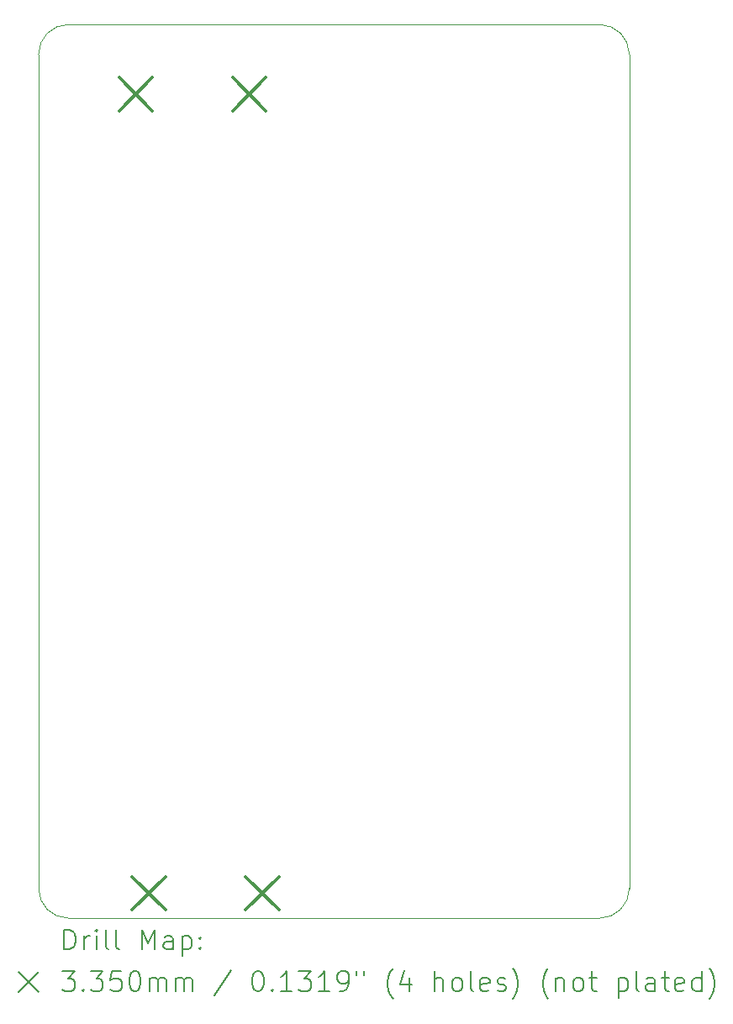
<source format=gbr>
%TF.GenerationSoftware,KiCad,Pcbnew,8.0.1-8.0.1-1~ubuntu22.04.1*%
%TF.CreationDate,2024-04-01T00:34:47-04:00*%
%TF.ProjectId,gripper_2024,67726970-7065-4725-9f32-3032342e6b69,rev?*%
%TF.SameCoordinates,Original*%
%TF.FileFunction,Drillmap*%
%TF.FilePolarity,Positive*%
%FSLAX45Y45*%
G04 Gerber Fmt 4.5, Leading zero omitted, Abs format (unit mm)*
G04 Created by KiCad (PCBNEW 8.0.1-8.0.1-1~ubuntu22.04.1) date 2024-04-01 00:34:47*
%MOMM*%
%LPD*%
G01*
G04 APERTURE LIST*
%ADD10C,0.050000*%
%ADD11C,0.200000*%
%ADD12C,0.335000*%
G04 APERTURE END LIST*
D10*
X2000000Y-10600000D02*
G75*
G02*
X1700000Y-10300000I0J300000D01*
G01*
X1700000Y-1900000D02*
X1700000Y-10300000D01*
X2000000Y-10600000D02*
X7350000Y-10600000D01*
X1700000Y-1900000D02*
G75*
G02*
X2000000Y-1600000I300000J0D01*
G01*
X7350000Y-1600000D02*
G75*
G02*
X7650000Y-1900000I0J-300000D01*
G01*
X7650000Y-10300000D02*
X7650000Y-1900000D01*
X7350000Y-1600000D02*
X2000000Y-1600000D01*
X7650000Y-10300000D02*
G75*
G02*
X7350000Y-10600000I-300000J0D01*
G01*
D11*
D12*
X2510900Y-2132500D02*
X2845900Y-2467500D01*
X2845900Y-2132500D02*
X2510900Y-2467500D01*
X2644650Y-10182500D02*
X2979650Y-10517500D01*
X2979650Y-10182500D02*
X2644650Y-10517500D01*
X3654100Y-2132500D02*
X3989100Y-2467500D01*
X3989100Y-2132500D02*
X3654100Y-2467500D01*
X3787850Y-10182500D02*
X4122850Y-10517500D01*
X4122850Y-10182500D02*
X3787850Y-10517500D01*
D11*
X1958277Y-10913984D02*
X1958277Y-10713984D01*
X1958277Y-10713984D02*
X2005896Y-10713984D01*
X2005896Y-10713984D02*
X2034467Y-10723508D01*
X2034467Y-10723508D02*
X2053515Y-10742555D01*
X2053515Y-10742555D02*
X2063039Y-10761603D01*
X2063039Y-10761603D02*
X2072562Y-10799698D01*
X2072562Y-10799698D02*
X2072562Y-10828270D01*
X2072562Y-10828270D02*
X2063039Y-10866365D01*
X2063039Y-10866365D02*
X2053515Y-10885412D01*
X2053515Y-10885412D02*
X2034467Y-10904460D01*
X2034467Y-10904460D02*
X2005896Y-10913984D01*
X2005896Y-10913984D02*
X1958277Y-10913984D01*
X2158277Y-10913984D02*
X2158277Y-10780650D01*
X2158277Y-10818746D02*
X2167801Y-10799698D01*
X2167801Y-10799698D02*
X2177324Y-10790174D01*
X2177324Y-10790174D02*
X2196372Y-10780650D01*
X2196372Y-10780650D02*
X2215420Y-10780650D01*
X2282086Y-10913984D02*
X2282086Y-10780650D01*
X2282086Y-10713984D02*
X2272563Y-10723508D01*
X2272563Y-10723508D02*
X2282086Y-10733031D01*
X2282086Y-10733031D02*
X2291610Y-10723508D01*
X2291610Y-10723508D02*
X2282086Y-10713984D01*
X2282086Y-10713984D02*
X2282086Y-10733031D01*
X2405896Y-10913984D02*
X2386848Y-10904460D01*
X2386848Y-10904460D02*
X2377324Y-10885412D01*
X2377324Y-10885412D02*
X2377324Y-10713984D01*
X2510658Y-10913984D02*
X2491610Y-10904460D01*
X2491610Y-10904460D02*
X2482086Y-10885412D01*
X2482086Y-10885412D02*
X2482086Y-10713984D01*
X2739229Y-10913984D02*
X2739229Y-10713984D01*
X2739229Y-10713984D02*
X2805896Y-10856841D01*
X2805896Y-10856841D02*
X2872562Y-10713984D01*
X2872562Y-10713984D02*
X2872562Y-10913984D01*
X3053515Y-10913984D02*
X3053515Y-10809222D01*
X3053515Y-10809222D02*
X3043991Y-10790174D01*
X3043991Y-10790174D02*
X3024943Y-10780650D01*
X3024943Y-10780650D02*
X2986848Y-10780650D01*
X2986848Y-10780650D02*
X2967801Y-10790174D01*
X3053515Y-10904460D02*
X3034467Y-10913984D01*
X3034467Y-10913984D02*
X2986848Y-10913984D01*
X2986848Y-10913984D02*
X2967801Y-10904460D01*
X2967801Y-10904460D02*
X2958277Y-10885412D01*
X2958277Y-10885412D02*
X2958277Y-10866365D01*
X2958277Y-10866365D02*
X2967801Y-10847317D01*
X2967801Y-10847317D02*
X2986848Y-10837793D01*
X2986848Y-10837793D02*
X3034467Y-10837793D01*
X3034467Y-10837793D02*
X3053515Y-10828270D01*
X3148753Y-10780650D02*
X3148753Y-10980650D01*
X3148753Y-10790174D02*
X3167801Y-10780650D01*
X3167801Y-10780650D02*
X3205896Y-10780650D01*
X3205896Y-10780650D02*
X3224943Y-10790174D01*
X3224943Y-10790174D02*
X3234467Y-10799698D01*
X3234467Y-10799698D02*
X3243991Y-10818746D01*
X3243991Y-10818746D02*
X3243991Y-10875889D01*
X3243991Y-10875889D02*
X3234467Y-10894936D01*
X3234467Y-10894936D02*
X3224943Y-10904460D01*
X3224943Y-10904460D02*
X3205896Y-10913984D01*
X3205896Y-10913984D02*
X3167801Y-10913984D01*
X3167801Y-10913984D02*
X3148753Y-10904460D01*
X3329705Y-10894936D02*
X3339229Y-10904460D01*
X3339229Y-10904460D02*
X3329705Y-10913984D01*
X3329705Y-10913984D02*
X3320182Y-10904460D01*
X3320182Y-10904460D02*
X3329705Y-10894936D01*
X3329705Y-10894936D02*
X3329705Y-10913984D01*
X3329705Y-10790174D02*
X3339229Y-10799698D01*
X3339229Y-10799698D02*
X3329705Y-10809222D01*
X3329705Y-10809222D02*
X3320182Y-10799698D01*
X3320182Y-10799698D02*
X3329705Y-10790174D01*
X3329705Y-10790174D02*
X3329705Y-10809222D01*
X1497500Y-11142500D02*
X1697500Y-11342500D01*
X1697500Y-11142500D02*
X1497500Y-11342500D01*
X1939229Y-11133984D02*
X2063039Y-11133984D01*
X2063039Y-11133984D02*
X1996372Y-11210174D01*
X1996372Y-11210174D02*
X2024943Y-11210174D01*
X2024943Y-11210174D02*
X2043991Y-11219698D01*
X2043991Y-11219698D02*
X2053515Y-11229222D01*
X2053515Y-11229222D02*
X2063039Y-11248269D01*
X2063039Y-11248269D02*
X2063039Y-11295888D01*
X2063039Y-11295888D02*
X2053515Y-11314936D01*
X2053515Y-11314936D02*
X2043991Y-11324460D01*
X2043991Y-11324460D02*
X2024943Y-11333984D01*
X2024943Y-11333984D02*
X1967801Y-11333984D01*
X1967801Y-11333984D02*
X1948753Y-11324460D01*
X1948753Y-11324460D02*
X1939229Y-11314936D01*
X2148753Y-11314936D02*
X2158277Y-11324460D01*
X2158277Y-11324460D02*
X2148753Y-11333984D01*
X2148753Y-11333984D02*
X2139229Y-11324460D01*
X2139229Y-11324460D02*
X2148753Y-11314936D01*
X2148753Y-11314936D02*
X2148753Y-11333984D01*
X2224944Y-11133984D02*
X2348753Y-11133984D01*
X2348753Y-11133984D02*
X2282086Y-11210174D01*
X2282086Y-11210174D02*
X2310658Y-11210174D01*
X2310658Y-11210174D02*
X2329705Y-11219698D01*
X2329705Y-11219698D02*
X2339229Y-11229222D01*
X2339229Y-11229222D02*
X2348753Y-11248269D01*
X2348753Y-11248269D02*
X2348753Y-11295888D01*
X2348753Y-11295888D02*
X2339229Y-11314936D01*
X2339229Y-11314936D02*
X2329705Y-11324460D01*
X2329705Y-11324460D02*
X2310658Y-11333984D01*
X2310658Y-11333984D02*
X2253515Y-11333984D01*
X2253515Y-11333984D02*
X2234467Y-11324460D01*
X2234467Y-11324460D02*
X2224944Y-11314936D01*
X2529705Y-11133984D02*
X2434467Y-11133984D01*
X2434467Y-11133984D02*
X2424944Y-11229222D01*
X2424944Y-11229222D02*
X2434467Y-11219698D01*
X2434467Y-11219698D02*
X2453515Y-11210174D01*
X2453515Y-11210174D02*
X2501134Y-11210174D01*
X2501134Y-11210174D02*
X2520182Y-11219698D01*
X2520182Y-11219698D02*
X2529705Y-11229222D01*
X2529705Y-11229222D02*
X2539229Y-11248269D01*
X2539229Y-11248269D02*
X2539229Y-11295888D01*
X2539229Y-11295888D02*
X2529705Y-11314936D01*
X2529705Y-11314936D02*
X2520182Y-11324460D01*
X2520182Y-11324460D02*
X2501134Y-11333984D01*
X2501134Y-11333984D02*
X2453515Y-11333984D01*
X2453515Y-11333984D02*
X2434467Y-11324460D01*
X2434467Y-11324460D02*
X2424944Y-11314936D01*
X2663039Y-11133984D02*
X2682086Y-11133984D01*
X2682086Y-11133984D02*
X2701134Y-11143508D01*
X2701134Y-11143508D02*
X2710658Y-11153031D01*
X2710658Y-11153031D02*
X2720182Y-11172079D01*
X2720182Y-11172079D02*
X2729705Y-11210174D01*
X2729705Y-11210174D02*
X2729705Y-11257793D01*
X2729705Y-11257793D02*
X2720182Y-11295888D01*
X2720182Y-11295888D02*
X2710658Y-11314936D01*
X2710658Y-11314936D02*
X2701134Y-11324460D01*
X2701134Y-11324460D02*
X2682086Y-11333984D01*
X2682086Y-11333984D02*
X2663039Y-11333984D01*
X2663039Y-11333984D02*
X2643991Y-11324460D01*
X2643991Y-11324460D02*
X2634467Y-11314936D01*
X2634467Y-11314936D02*
X2624944Y-11295888D01*
X2624944Y-11295888D02*
X2615420Y-11257793D01*
X2615420Y-11257793D02*
X2615420Y-11210174D01*
X2615420Y-11210174D02*
X2624944Y-11172079D01*
X2624944Y-11172079D02*
X2634467Y-11153031D01*
X2634467Y-11153031D02*
X2643991Y-11143508D01*
X2643991Y-11143508D02*
X2663039Y-11133984D01*
X2815420Y-11333984D02*
X2815420Y-11200650D01*
X2815420Y-11219698D02*
X2824943Y-11210174D01*
X2824943Y-11210174D02*
X2843991Y-11200650D01*
X2843991Y-11200650D02*
X2872563Y-11200650D01*
X2872563Y-11200650D02*
X2891610Y-11210174D01*
X2891610Y-11210174D02*
X2901134Y-11229222D01*
X2901134Y-11229222D02*
X2901134Y-11333984D01*
X2901134Y-11229222D02*
X2910658Y-11210174D01*
X2910658Y-11210174D02*
X2929705Y-11200650D01*
X2929705Y-11200650D02*
X2958277Y-11200650D01*
X2958277Y-11200650D02*
X2977324Y-11210174D01*
X2977324Y-11210174D02*
X2986848Y-11229222D01*
X2986848Y-11229222D02*
X2986848Y-11333984D01*
X3082086Y-11333984D02*
X3082086Y-11200650D01*
X3082086Y-11219698D02*
X3091610Y-11210174D01*
X3091610Y-11210174D02*
X3110658Y-11200650D01*
X3110658Y-11200650D02*
X3139229Y-11200650D01*
X3139229Y-11200650D02*
X3158277Y-11210174D01*
X3158277Y-11210174D02*
X3167801Y-11229222D01*
X3167801Y-11229222D02*
X3167801Y-11333984D01*
X3167801Y-11229222D02*
X3177324Y-11210174D01*
X3177324Y-11210174D02*
X3196372Y-11200650D01*
X3196372Y-11200650D02*
X3224943Y-11200650D01*
X3224943Y-11200650D02*
X3243991Y-11210174D01*
X3243991Y-11210174D02*
X3253515Y-11229222D01*
X3253515Y-11229222D02*
X3253515Y-11333984D01*
X3643991Y-11124460D02*
X3472563Y-11381603D01*
X3901134Y-11133984D02*
X3920182Y-11133984D01*
X3920182Y-11133984D02*
X3939229Y-11143508D01*
X3939229Y-11143508D02*
X3948753Y-11153031D01*
X3948753Y-11153031D02*
X3958277Y-11172079D01*
X3958277Y-11172079D02*
X3967801Y-11210174D01*
X3967801Y-11210174D02*
X3967801Y-11257793D01*
X3967801Y-11257793D02*
X3958277Y-11295888D01*
X3958277Y-11295888D02*
X3948753Y-11314936D01*
X3948753Y-11314936D02*
X3939229Y-11324460D01*
X3939229Y-11324460D02*
X3920182Y-11333984D01*
X3920182Y-11333984D02*
X3901134Y-11333984D01*
X3901134Y-11333984D02*
X3882086Y-11324460D01*
X3882086Y-11324460D02*
X3872563Y-11314936D01*
X3872563Y-11314936D02*
X3863039Y-11295888D01*
X3863039Y-11295888D02*
X3853515Y-11257793D01*
X3853515Y-11257793D02*
X3853515Y-11210174D01*
X3853515Y-11210174D02*
X3863039Y-11172079D01*
X3863039Y-11172079D02*
X3872563Y-11153031D01*
X3872563Y-11153031D02*
X3882086Y-11143508D01*
X3882086Y-11143508D02*
X3901134Y-11133984D01*
X4053515Y-11314936D02*
X4063039Y-11324460D01*
X4063039Y-11324460D02*
X4053515Y-11333984D01*
X4053515Y-11333984D02*
X4043991Y-11324460D01*
X4043991Y-11324460D02*
X4053515Y-11314936D01*
X4053515Y-11314936D02*
X4053515Y-11333984D01*
X4253515Y-11333984D02*
X4139229Y-11333984D01*
X4196372Y-11333984D02*
X4196372Y-11133984D01*
X4196372Y-11133984D02*
X4177325Y-11162555D01*
X4177325Y-11162555D02*
X4158277Y-11181603D01*
X4158277Y-11181603D02*
X4139229Y-11191127D01*
X4320182Y-11133984D02*
X4443991Y-11133984D01*
X4443991Y-11133984D02*
X4377325Y-11210174D01*
X4377325Y-11210174D02*
X4405896Y-11210174D01*
X4405896Y-11210174D02*
X4424944Y-11219698D01*
X4424944Y-11219698D02*
X4434468Y-11229222D01*
X4434468Y-11229222D02*
X4443991Y-11248269D01*
X4443991Y-11248269D02*
X4443991Y-11295888D01*
X4443991Y-11295888D02*
X4434468Y-11314936D01*
X4434468Y-11314936D02*
X4424944Y-11324460D01*
X4424944Y-11324460D02*
X4405896Y-11333984D01*
X4405896Y-11333984D02*
X4348753Y-11333984D01*
X4348753Y-11333984D02*
X4329706Y-11324460D01*
X4329706Y-11324460D02*
X4320182Y-11314936D01*
X4634468Y-11333984D02*
X4520182Y-11333984D01*
X4577325Y-11333984D02*
X4577325Y-11133984D01*
X4577325Y-11133984D02*
X4558277Y-11162555D01*
X4558277Y-11162555D02*
X4539229Y-11181603D01*
X4539229Y-11181603D02*
X4520182Y-11191127D01*
X4729706Y-11333984D02*
X4767801Y-11333984D01*
X4767801Y-11333984D02*
X4786849Y-11324460D01*
X4786849Y-11324460D02*
X4796372Y-11314936D01*
X4796372Y-11314936D02*
X4815420Y-11286365D01*
X4815420Y-11286365D02*
X4824944Y-11248269D01*
X4824944Y-11248269D02*
X4824944Y-11172079D01*
X4824944Y-11172079D02*
X4815420Y-11153031D01*
X4815420Y-11153031D02*
X4805896Y-11143508D01*
X4805896Y-11143508D02*
X4786849Y-11133984D01*
X4786849Y-11133984D02*
X4748753Y-11133984D01*
X4748753Y-11133984D02*
X4729706Y-11143508D01*
X4729706Y-11143508D02*
X4720182Y-11153031D01*
X4720182Y-11153031D02*
X4710658Y-11172079D01*
X4710658Y-11172079D02*
X4710658Y-11219698D01*
X4710658Y-11219698D02*
X4720182Y-11238746D01*
X4720182Y-11238746D02*
X4729706Y-11248269D01*
X4729706Y-11248269D02*
X4748753Y-11257793D01*
X4748753Y-11257793D02*
X4786849Y-11257793D01*
X4786849Y-11257793D02*
X4805896Y-11248269D01*
X4805896Y-11248269D02*
X4815420Y-11238746D01*
X4815420Y-11238746D02*
X4824944Y-11219698D01*
X4901134Y-11133984D02*
X4901134Y-11172079D01*
X4977325Y-11133984D02*
X4977325Y-11172079D01*
X5272563Y-11410174D02*
X5263039Y-11400650D01*
X5263039Y-11400650D02*
X5243991Y-11372079D01*
X5243991Y-11372079D02*
X5234468Y-11353031D01*
X5234468Y-11353031D02*
X5224944Y-11324460D01*
X5224944Y-11324460D02*
X5215420Y-11276841D01*
X5215420Y-11276841D02*
X5215420Y-11238746D01*
X5215420Y-11238746D02*
X5224944Y-11191127D01*
X5224944Y-11191127D02*
X5234468Y-11162555D01*
X5234468Y-11162555D02*
X5243991Y-11143508D01*
X5243991Y-11143508D02*
X5263039Y-11114936D01*
X5263039Y-11114936D02*
X5272563Y-11105412D01*
X5434468Y-11200650D02*
X5434468Y-11333984D01*
X5386849Y-11124460D02*
X5339230Y-11267317D01*
X5339230Y-11267317D02*
X5463039Y-11267317D01*
X5691610Y-11333984D02*
X5691610Y-11133984D01*
X5777325Y-11333984D02*
X5777325Y-11229222D01*
X5777325Y-11229222D02*
X5767801Y-11210174D01*
X5767801Y-11210174D02*
X5748753Y-11200650D01*
X5748753Y-11200650D02*
X5720182Y-11200650D01*
X5720182Y-11200650D02*
X5701134Y-11210174D01*
X5701134Y-11210174D02*
X5691610Y-11219698D01*
X5901134Y-11333984D02*
X5882087Y-11324460D01*
X5882087Y-11324460D02*
X5872563Y-11314936D01*
X5872563Y-11314936D02*
X5863039Y-11295888D01*
X5863039Y-11295888D02*
X5863039Y-11238746D01*
X5863039Y-11238746D02*
X5872563Y-11219698D01*
X5872563Y-11219698D02*
X5882087Y-11210174D01*
X5882087Y-11210174D02*
X5901134Y-11200650D01*
X5901134Y-11200650D02*
X5929706Y-11200650D01*
X5929706Y-11200650D02*
X5948753Y-11210174D01*
X5948753Y-11210174D02*
X5958277Y-11219698D01*
X5958277Y-11219698D02*
X5967801Y-11238746D01*
X5967801Y-11238746D02*
X5967801Y-11295888D01*
X5967801Y-11295888D02*
X5958277Y-11314936D01*
X5958277Y-11314936D02*
X5948753Y-11324460D01*
X5948753Y-11324460D02*
X5929706Y-11333984D01*
X5929706Y-11333984D02*
X5901134Y-11333984D01*
X6082087Y-11333984D02*
X6063039Y-11324460D01*
X6063039Y-11324460D02*
X6053515Y-11305412D01*
X6053515Y-11305412D02*
X6053515Y-11133984D01*
X6234468Y-11324460D02*
X6215420Y-11333984D01*
X6215420Y-11333984D02*
X6177325Y-11333984D01*
X6177325Y-11333984D02*
X6158277Y-11324460D01*
X6158277Y-11324460D02*
X6148753Y-11305412D01*
X6148753Y-11305412D02*
X6148753Y-11229222D01*
X6148753Y-11229222D02*
X6158277Y-11210174D01*
X6158277Y-11210174D02*
X6177325Y-11200650D01*
X6177325Y-11200650D02*
X6215420Y-11200650D01*
X6215420Y-11200650D02*
X6234468Y-11210174D01*
X6234468Y-11210174D02*
X6243991Y-11229222D01*
X6243991Y-11229222D02*
X6243991Y-11248269D01*
X6243991Y-11248269D02*
X6148753Y-11267317D01*
X6320182Y-11324460D02*
X6339230Y-11333984D01*
X6339230Y-11333984D02*
X6377325Y-11333984D01*
X6377325Y-11333984D02*
X6396372Y-11324460D01*
X6396372Y-11324460D02*
X6405896Y-11305412D01*
X6405896Y-11305412D02*
X6405896Y-11295888D01*
X6405896Y-11295888D02*
X6396372Y-11276841D01*
X6396372Y-11276841D02*
X6377325Y-11267317D01*
X6377325Y-11267317D02*
X6348753Y-11267317D01*
X6348753Y-11267317D02*
X6329706Y-11257793D01*
X6329706Y-11257793D02*
X6320182Y-11238746D01*
X6320182Y-11238746D02*
X6320182Y-11229222D01*
X6320182Y-11229222D02*
X6329706Y-11210174D01*
X6329706Y-11210174D02*
X6348753Y-11200650D01*
X6348753Y-11200650D02*
X6377325Y-11200650D01*
X6377325Y-11200650D02*
X6396372Y-11210174D01*
X6472563Y-11410174D02*
X6482087Y-11400650D01*
X6482087Y-11400650D02*
X6501134Y-11372079D01*
X6501134Y-11372079D02*
X6510658Y-11353031D01*
X6510658Y-11353031D02*
X6520182Y-11324460D01*
X6520182Y-11324460D02*
X6529706Y-11276841D01*
X6529706Y-11276841D02*
X6529706Y-11238746D01*
X6529706Y-11238746D02*
X6520182Y-11191127D01*
X6520182Y-11191127D02*
X6510658Y-11162555D01*
X6510658Y-11162555D02*
X6501134Y-11143508D01*
X6501134Y-11143508D02*
X6482087Y-11114936D01*
X6482087Y-11114936D02*
X6472563Y-11105412D01*
X6834468Y-11410174D02*
X6824944Y-11400650D01*
X6824944Y-11400650D02*
X6805896Y-11372079D01*
X6805896Y-11372079D02*
X6796372Y-11353031D01*
X6796372Y-11353031D02*
X6786849Y-11324460D01*
X6786849Y-11324460D02*
X6777325Y-11276841D01*
X6777325Y-11276841D02*
X6777325Y-11238746D01*
X6777325Y-11238746D02*
X6786849Y-11191127D01*
X6786849Y-11191127D02*
X6796372Y-11162555D01*
X6796372Y-11162555D02*
X6805896Y-11143508D01*
X6805896Y-11143508D02*
X6824944Y-11114936D01*
X6824944Y-11114936D02*
X6834468Y-11105412D01*
X6910658Y-11200650D02*
X6910658Y-11333984D01*
X6910658Y-11219698D02*
X6920182Y-11210174D01*
X6920182Y-11210174D02*
X6939230Y-11200650D01*
X6939230Y-11200650D02*
X6967801Y-11200650D01*
X6967801Y-11200650D02*
X6986849Y-11210174D01*
X6986849Y-11210174D02*
X6996372Y-11229222D01*
X6996372Y-11229222D02*
X6996372Y-11333984D01*
X7120182Y-11333984D02*
X7101134Y-11324460D01*
X7101134Y-11324460D02*
X7091611Y-11314936D01*
X7091611Y-11314936D02*
X7082087Y-11295888D01*
X7082087Y-11295888D02*
X7082087Y-11238746D01*
X7082087Y-11238746D02*
X7091611Y-11219698D01*
X7091611Y-11219698D02*
X7101134Y-11210174D01*
X7101134Y-11210174D02*
X7120182Y-11200650D01*
X7120182Y-11200650D02*
X7148753Y-11200650D01*
X7148753Y-11200650D02*
X7167801Y-11210174D01*
X7167801Y-11210174D02*
X7177325Y-11219698D01*
X7177325Y-11219698D02*
X7186849Y-11238746D01*
X7186849Y-11238746D02*
X7186849Y-11295888D01*
X7186849Y-11295888D02*
X7177325Y-11314936D01*
X7177325Y-11314936D02*
X7167801Y-11324460D01*
X7167801Y-11324460D02*
X7148753Y-11333984D01*
X7148753Y-11333984D02*
X7120182Y-11333984D01*
X7243992Y-11200650D02*
X7320182Y-11200650D01*
X7272563Y-11133984D02*
X7272563Y-11305412D01*
X7272563Y-11305412D02*
X7282087Y-11324460D01*
X7282087Y-11324460D02*
X7301134Y-11333984D01*
X7301134Y-11333984D02*
X7320182Y-11333984D01*
X7539230Y-11200650D02*
X7539230Y-11400650D01*
X7539230Y-11210174D02*
X7558277Y-11200650D01*
X7558277Y-11200650D02*
X7596373Y-11200650D01*
X7596373Y-11200650D02*
X7615420Y-11210174D01*
X7615420Y-11210174D02*
X7624944Y-11219698D01*
X7624944Y-11219698D02*
X7634468Y-11238746D01*
X7634468Y-11238746D02*
X7634468Y-11295888D01*
X7634468Y-11295888D02*
X7624944Y-11314936D01*
X7624944Y-11314936D02*
X7615420Y-11324460D01*
X7615420Y-11324460D02*
X7596373Y-11333984D01*
X7596373Y-11333984D02*
X7558277Y-11333984D01*
X7558277Y-11333984D02*
X7539230Y-11324460D01*
X7748753Y-11333984D02*
X7729706Y-11324460D01*
X7729706Y-11324460D02*
X7720182Y-11305412D01*
X7720182Y-11305412D02*
X7720182Y-11133984D01*
X7910658Y-11333984D02*
X7910658Y-11229222D01*
X7910658Y-11229222D02*
X7901134Y-11210174D01*
X7901134Y-11210174D02*
X7882087Y-11200650D01*
X7882087Y-11200650D02*
X7843992Y-11200650D01*
X7843992Y-11200650D02*
X7824944Y-11210174D01*
X7910658Y-11324460D02*
X7891611Y-11333984D01*
X7891611Y-11333984D02*
X7843992Y-11333984D01*
X7843992Y-11333984D02*
X7824944Y-11324460D01*
X7824944Y-11324460D02*
X7815420Y-11305412D01*
X7815420Y-11305412D02*
X7815420Y-11286365D01*
X7815420Y-11286365D02*
X7824944Y-11267317D01*
X7824944Y-11267317D02*
X7843992Y-11257793D01*
X7843992Y-11257793D02*
X7891611Y-11257793D01*
X7891611Y-11257793D02*
X7910658Y-11248269D01*
X7977325Y-11200650D02*
X8053515Y-11200650D01*
X8005896Y-11133984D02*
X8005896Y-11305412D01*
X8005896Y-11305412D02*
X8015420Y-11324460D01*
X8015420Y-11324460D02*
X8034468Y-11333984D01*
X8034468Y-11333984D02*
X8053515Y-11333984D01*
X8196373Y-11324460D02*
X8177325Y-11333984D01*
X8177325Y-11333984D02*
X8139230Y-11333984D01*
X8139230Y-11333984D02*
X8120182Y-11324460D01*
X8120182Y-11324460D02*
X8110658Y-11305412D01*
X8110658Y-11305412D02*
X8110658Y-11229222D01*
X8110658Y-11229222D02*
X8120182Y-11210174D01*
X8120182Y-11210174D02*
X8139230Y-11200650D01*
X8139230Y-11200650D02*
X8177325Y-11200650D01*
X8177325Y-11200650D02*
X8196373Y-11210174D01*
X8196373Y-11210174D02*
X8205896Y-11229222D01*
X8205896Y-11229222D02*
X8205896Y-11248269D01*
X8205896Y-11248269D02*
X8110658Y-11267317D01*
X8377325Y-11333984D02*
X8377325Y-11133984D01*
X8377325Y-11324460D02*
X8358277Y-11333984D01*
X8358277Y-11333984D02*
X8320182Y-11333984D01*
X8320182Y-11333984D02*
X8301134Y-11324460D01*
X8301134Y-11324460D02*
X8291611Y-11314936D01*
X8291611Y-11314936D02*
X8282087Y-11295888D01*
X8282087Y-11295888D02*
X8282087Y-11238746D01*
X8282087Y-11238746D02*
X8291611Y-11219698D01*
X8291611Y-11219698D02*
X8301134Y-11210174D01*
X8301134Y-11210174D02*
X8320182Y-11200650D01*
X8320182Y-11200650D02*
X8358277Y-11200650D01*
X8358277Y-11200650D02*
X8377325Y-11210174D01*
X8453516Y-11410174D02*
X8463039Y-11400650D01*
X8463039Y-11400650D02*
X8482087Y-11372079D01*
X8482087Y-11372079D02*
X8491611Y-11353031D01*
X8491611Y-11353031D02*
X8501135Y-11324460D01*
X8501135Y-11324460D02*
X8510658Y-11276841D01*
X8510658Y-11276841D02*
X8510658Y-11238746D01*
X8510658Y-11238746D02*
X8501135Y-11191127D01*
X8501135Y-11191127D02*
X8491611Y-11162555D01*
X8491611Y-11162555D02*
X8482087Y-11143508D01*
X8482087Y-11143508D02*
X8463039Y-11114936D01*
X8463039Y-11114936D02*
X8453516Y-11105412D01*
M02*

</source>
